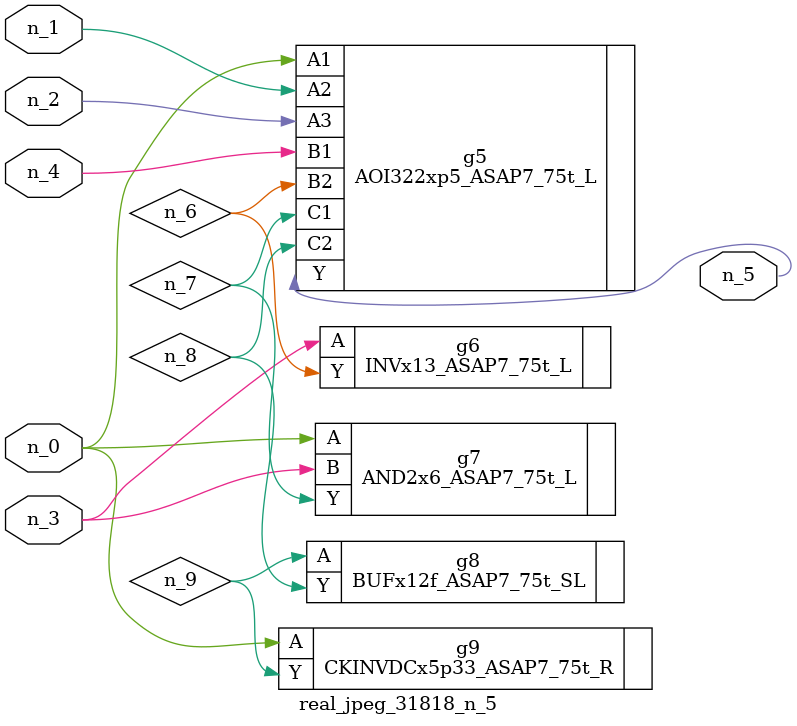
<source format=v>
module real_jpeg_31818_n_5 (n_4, n_0, n_1, n_2, n_3, n_5);

input n_4;
input n_0;
input n_1;
input n_2;
input n_3;

output n_5;

wire n_8;
wire n_6;
wire n_7;
wire n_9;

AOI322xp5_ASAP7_75t_L g5 ( 
.A1(n_0),
.A2(n_1),
.A3(n_2),
.B1(n_4),
.B2(n_6),
.C1(n_7),
.C2(n_8),
.Y(n_5)
);

AND2x6_ASAP7_75t_L g7 ( 
.A(n_0),
.B(n_3),
.Y(n_7)
);

CKINVDCx5p33_ASAP7_75t_R g9 ( 
.A(n_0),
.Y(n_9)
);

INVx13_ASAP7_75t_L g6 ( 
.A(n_3),
.Y(n_6)
);

BUFx12f_ASAP7_75t_SL g8 ( 
.A(n_9),
.Y(n_8)
);


endmodule
</source>
